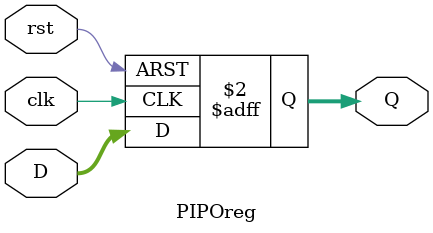
<source format=v>
`timescale 1ns / 1ps


module PIPOreg (
    input clk,         // Clock Signal
    input rst,         // Reset Signal
    input [3:0] D,     // 4-bit Parallel Input
    output reg [3:0] Q // 4-bit Parallel Output
);

always @(posedge clk or posedge rst) begin
    if (rst)
        Q <= 4'b0000;  // Reset Output to 0
    else
        Q <= D;        // Load Parallel Input D into Output Q
end

endmodule


</source>
